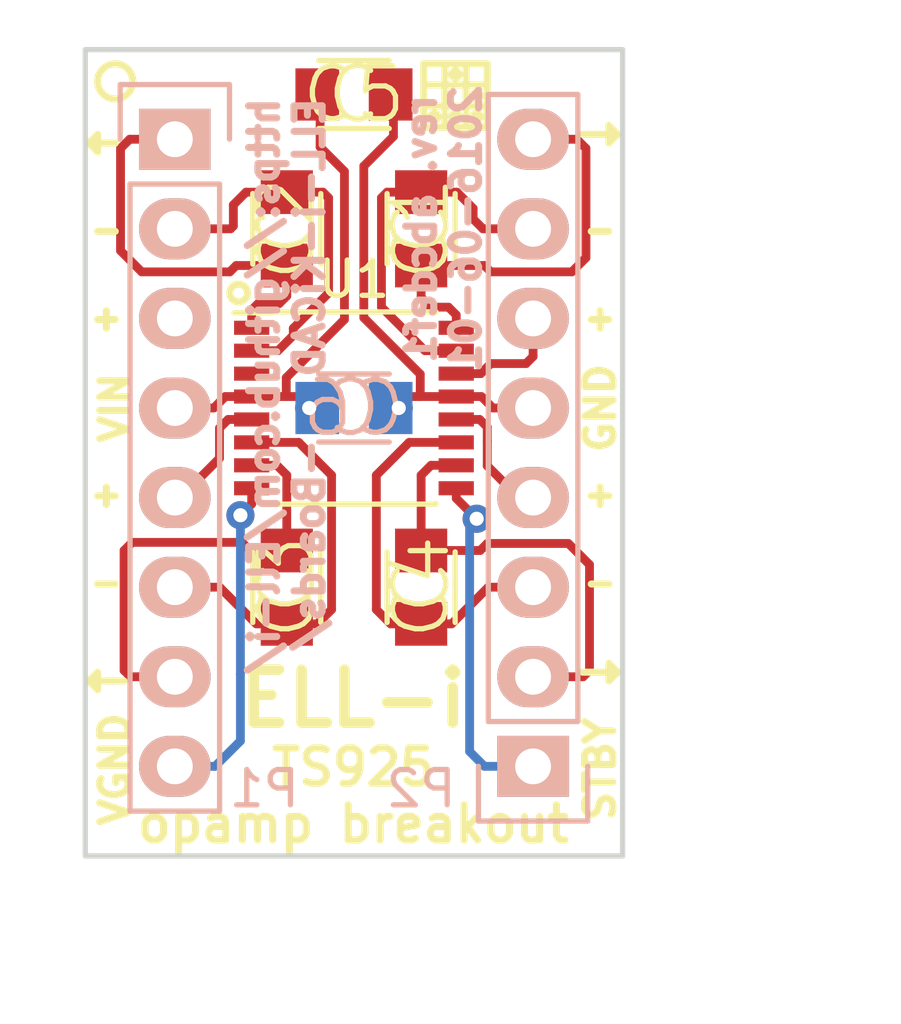
<source format=kicad_pcb>
(kicad_pcb (version 4) (host pcbnew 4.0.2+dfsg1-2~bpo8+1-stable)

  (general
    (links 27)
    (no_connects 0)
    (area 152.324999 101.524999 167.715001 124.535001)
    (thickness 1.6)
    (drawings 58)
    (tracks 141)
    (zones 0)
    (modules 9)
    (nets 18)
  )

  (page A4)
  (layers
    (0 F.Cu signal)
    (31 B.Cu signal)
    (32 B.Adhes user)
    (33 F.Adhes user)
    (34 B.Paste user)
    (35 F.Paste user)
    (36 B.SilkS user)
    (37 F.SilkS user)
    (38 B.Mask user)
    (39 F.Mask user)
    (40 Dwgs.User user)
    (41 Cmts.User user)
    (42 Eco1.User user)
    (43 Eco2.User user)
    (44 Edge.Cuts user)
    (45 Margin user)
    (46 B.CrtYd user)
    (47 F.CrtYd user)
    (48 B.Fab user)
    (49 F.Fab user)
  )

  (setup
    (last_trace_width 0.25)
    (trace_clearance 0.2)
    (zone_clearance 0.508)
    (zone_45_only no)
    (trace_min 0.2)
    (segment_width 0.2)
    (edge_width 0.15)
    (via_size 0.8)
    (via_drill 0.4)
    (via_min_size 0.4)
    (via_min_drill 0.3)
    (uvia_size 0.3)
    (uvia_drill 0.1)
    (uvias_allowed no)
    (uvia_min_size 0.2)
    (uvia_min_drill 0.1)
    (pcb_text_width 0.3)
    (pcb_text_size 1.5 1.5)
    (mod_edge_width 0.15)
    (mod_text_size 1 1)
    (mod_text_width 0.15)
    (pad_size 1.524 1.524)
    (pad_drill 0.762)
    (pad_to_mask_clearance 0.2)
    (aux_axis_origin 0 0)
    (visible_elements FFFFFF7F)
    (pcbplotparams
      (layerselection 0x00030_80000001)
      (usegerberextensions false)
      (excludeedgelayer true)
      (linewidth 0.100000)
      (plotframeref false)
      (viasonmask false)
      (mode 1)
      (useauxorigin false)
      (hpglpennumber 1)
      (hpglpenspeed 20)
      (hpglpendiameter 15)
      (hpglpenoverlay 2)
      (psnegative false)
      (psa4output false)
      (plotreference true)
      (plotvalue true)
      (plotinvisibletext false)
      (padsonsilk false)
      (subtractmaskfromsilk false)
      (outputformat 1)
      (mirror false)
      (drillshape 1)
      (scaleselection 1)
      (outputdirectory ""))
  )

  (net 0 "")
  (net 1 VCC)
  (net 2 GND)
  (net 3 /16)
  (net 4 /15)
  (net 5 /1)
  (net 6 /3)
  (net 7 /7)
  (net 8 /6)
  (net 9 /10)
  (net 10 /11)
  (net 11 /2)
  (net 12 /5)
  (net 13 /8)
  (net 14 /9)
  (net 15 /12)
  (net 16 /14)
  (net 17 "Net-(U1-Pad3)")

  (net_class Default "This is the default net class."
    (clearance 0.2)
    (trace_width 0.25)
    (via_dia 0.8)
    (via_drill 0.4)
    (uvia_dia 0.3)
    (uvia_drill 0.1)
    (add_net /1)
    (add_net /10)
    (add_net /11)
    (add_net /12)
    (add_net /14)
    (add_net /15)
    (add_net /16)
    (add_net /2)
    (add_net /3)
    (add_net /5)
    (add_net /6)
    (add_net /7)
    (add_net /8)
    (add_net /9)
    (add_net GND)
    (add_net "Net-(U1-Pad3)")
    (add_net VCC)
  )

  (module footprints:SMD0805-CAP-M (layer F.Cu) (tedit 0) (tstamp 574F1ED8)
    (at 161.925 106.68 90)
    (descr "Capacitor, Chip; 2.00 mm L X 1.25 mm W X 0.70 mm H body")
    (path /574F2DC4)
    (attr smd)
    (fp_text reference C1 (at 0 0 90) (layer F.SilkS)
      (effects (font (size 1.5 1.5) (thickness 0.15)))
    )
    (fp_text value C (at 0 0 90) (layer F.SilkS)
      (effects (font (thickness 0.15)))
    )
    (fp_line (start -1.1 0.68) (end -1.1 -0.68) (layer F.Fab) (width 0.12))
    (fp_line (start -1.1 -0.68) (end 1.1 -0.68) (layer F.Fab) (width 0.12))
    (fp_line (start 1.1 -0.68) (end 1.1 0.68) (layer F.Fab) (width 0.12))
    (fp_line (start 1.1 0.68) (end -1.1 0.68) (layer F.Fab) (width 0.12))
    (fp_line (start 1 -0.965) (end -1 -0.965) (layer F.SilkS) (width 0.15))
    (fp_line (start 1 0.965) (end -1 0.965) (layer F.SilkS) (width 0.15))
    (fp_line (start -2.16 1.24) (end -2.16 -1.24) (layer F.CrtYd) (width 0.05))
    (fp_line (start -2.16 -1.24) (end 2.16 -1.24) (layer F.CrtYd) (width 0.05))
    (fp_line (start 2.16 -1.24) (end 2.16 1.24) (layer F.CrtYd) (width 0.05))
    (fp_line (start 2.16 1.24) (end -2.16 1.24) (layer F.CrtYd) (width 0.05))
    (fp_circle (center 0 0) (end 0 0.25) (layer F.CrtYd) (width 0.05))
    (fp_line (start 0.35 0) (end -0.35 0) (layer F.CrtYd) (width 0.05))
    (fp_line (start 0 -0.35) (end 0 0.35) (layer F.CrtYd) (width 0.05))
    (pad 1 smd rect (at -1.04 0 90) (size 1.24 1.48) (layers F.Cu F.Paste F.Mask)
      (net 3 /16))
    (pad 2 smd rect (at 1.04 0 90) (size 1.24 1.48) (layers F.Cu F.Paste F.Mask)
      (net 4 /15))
    (model Capacitors_SMD.3dshapes/C_0805.wrl
      (at (xyz 0 0 0))
      (scale (xyz 1 1 1))
      (rotate (xyz 0 0 0))
    )
  )

  (module footprints:SMD0805-CAP-M (layer F.Cu) (tedit 0) (tstamp 574F1EDE)
    (at 158.115 106.68 90)
    (descr "Capacitor, Chip; 2.00 mm L X 1.25 mm W X 0.70 mm H body")
    (path /574F28F5)
    (attr smd)
    (fp_text reference C2 (at 0 0 90) (layer F.SilkS)
      (effects (font (size 1.5 1.5) (thickness 0.15)))
    )
    (fp_text value C (at 0 0 90) (layer F.SilkS)
      (effects (font (thickness 0.15)))
    )
    (fp_line (start -1.1 0.68) (end -1.1 -0.68) (layer F.Fab) (width 0.12))
    (fp_line (start -1.1 -0.68) (end 1.1 -0.68) (layer F.Fab) (width 0.12))
    (fp_line (start 1.1 -0.68) (end 1.1 0.68) (layer F.Fab) (width 0.12))
    (fp_line (start 1.1 0.68) (end -1.1 0.68) (layer F.Fab) (width 0.12))
    (fp_line (start 1 -0.965) (end -1 -0.965) (layer F.SilkS) (width 0.15))
    (fp_line (start 1 0.965) (end -1 0.965) (layer F.SilkS) (width 0.15))
    (fp_line (start -2.16 1.24) (end -2.16 -1.24) (layer F.CrtYd) (width 0.05))
    (fp_line (start -2.16 -1.24) (end 2.16 -1.24) (layer F.CrtYd) (width 0.05))
    (fp_line (start 2.16 -1.24) (end 2.16 1.24) (layer F.CrtYd) (width 0.05))
    (fp_line (start 2.16 1.24) (end -2.16 1.24) (layer F.CrtYd) (width 0.05))
    (fp_circle (center 0 0) (end 0 0.25) (layer F.CrtYd) (width 0.05))
    (fp_line (start 0.35 0) (end -0.35 0) (layer F.CrtYd) (width 0.05))
    (fp_line (start 0 -0.35) (end 0 0.35) (layer F.CrtYd) (width 0.05))
    (pad 1 smd rect (at -1.04 0 90) (size 1.24 1.48) (layers F.Cu F.Paste F.Mask)
      (net 5 /1))
    (pad 2 smd rect (at 1.04 0 90) (size 1.24 1.48) (layers F.Cu F.Paste F.Mask)
      (net 11 /2))
    (model Capacitors_SMD.3dshapes/C_0805.wrl
      (at (xyz 0 0 0))
      (scale (xyz 1 1 1))
      (rotate (xyz 0 0 0))
    )
  )

  (module footprints:SMD0805-CAP-M (layer F.Cu) (tedit 0) (tstamp 574F1EE4)
    (at 158.115 116.84 270)
    (descr "Capacitor, Chip; 2.00 mm L X 1.25 mm W X 0.70 mm H body")
    (path /574F2A98)
    (attr smd)
    (fp_text reference C3 (at 0 0 270) (layer F.SilkS)
      (effects (font (size 1.5 1.5) (thickness 0.15)))
    )
    (fp_text value C (at 0 0 270) (layer F.SilkS)
      (effects (font (thickness 0.15)))
    )
    (fp_line (start -1.1 0.68) (end -1.1 -0.68) (layer F.Fab) (width 0.12))
    (fp_line (start -1.1 -0.68) (end 1.1 -0.68) (layer F.Fab) (width 0.12))
    (fp_line (start 1.1 -0.68) (end 1.1 0.68) (layer F.Fab) (width 0.12))
    (fp_line (start 1.1 0.68) (end -1.1 0.68) (layer F.Fab) (width 0.12))
    (fp_line (start 1 -0.965) (end -1 -0.965) (layer F.SilkS) (width 0.15))
    (fp_line (start 1 0.965) (end -1 0.965) (layer F.SilkS) (width 0.15))
    (fp_line (start -2.16 1.24) (end -2.16 -1.24) (layer F.CrtYd) (width 0.05))
    (fp_line (start -2.16 -1.24) (end 2.16 -1.24) (layer F.CrtYd) (width 0.05))
    (fp_line (start 2.16 -1.24) (end 2.16 1.24) (layer F.CrtYd) (width 0.05))
    (fp_line (start 2.16 1.24) (end -2.16 1.24) (layer F.CrtYd) (width 0.05))
    (fp_circle (center 0 0) (end 0 0.25) (layer F.CrtYd) (width 0.05))
    (fp_line (start 0.35 0) (end -0.35 0) (layer F.CrtYd) (width 0.05))
    (fp_line (start 0 -0.35) (end 0 0.35) (layer F.CrtYd) (width 0.05))
    (pad 1 smd rect (at -1.04 0 270) (size 1.24 1.48) (layers F.Cu F.Paste F.Mask)
      (net 7 /7))
    (pad 2 smd rect (at 1.04 0 270) (size 1.24 1.48) (layers F.Cu F.Paste F.Mask)
      (net 8 /6))
    (model Capacitors_SMD.3dshapes/C_0805.wrl
      (at (xyz 0 0 0))
      (scale (xyz 1 1 1))
      (rotate (xyz 0 0 0))
    )
  )

  (module footprints:SMD0805-CAP-M (layer F.Cu) (tedit 0) (tstamp 574F1EEA)
    (at 161.925 116.84 270)
    (descr "Capacitor, Chip; 2.00 mm L X 1.25 mm W X 0.70 mm H body")
    (path /574F2BCB)
    (attr smd)
    (fp_text reference C4 (at 0 0 270) (layer F.SilkS)
      (effects (font (size 1.5 1.5) (thickness 0.15)))
    )
    (fp_text value C (at 0 0 270) (layer F.SilkS)
      (effects (font (thickness 0.15)))
    )
    (fp_line (start -1.1 0.68) (end -1.1 -0.68) (layer F.Fab) (width 0.12))
    (fp_line (start -1.1 -0.68) (end 1.1 -0.68) (layer F.Fab) (width 0.12))
    (fp_line (start 1.1 -0.68) (end 1.1 0.68) (layer F.Fab) (width 0.12))
    (fp_line (start 1.1 0.68) (end -1.1 0.68) (layer F.Fab) (width 0.12))
    (fp_line (start 1 -0.965) (end -1 -0.965) (layer F.SilkS) (width 0.15))
    (fp_line (start 1 0.965) (end -1 0.965) (layer F.SilkS) (width 0.15))
    (fp_line (start -2.16 1.24) (end -2.16 -1.24) (layer F.CrtYd) (width 0.05))
    (fp_line (start -2.16 -1.24) (end 2.16 -1.24) (layer F.CrtYd) (width 0.05))
    (fp_line (start 2.16 -1.24) (end 2.16 1.24) (layer F.CrtYd) (width 0.05))
    (fp_line (start 2.16 1.24) (end -2.16 1.24) (layer F.CrtYd) (width 0.05))
    (fp_circle (center 0 0) (end 0 0.25) (layer F.CrtYd) (width 0.05))
    (fp_line (start 0.35 0) (end -0.35 0) (layer F.CrtYd) (width 0.05))
    (fp_line (start 0 -0.35) (end 0 0.35) (layer F.CrtYd) (width 0.05))
    (pad 1 smd rect (at -1.04 0 270) (size 1.24 1.48) (layers F.Cu F.Paste F.Mask)
      (net 9 /10))
    (pad 2 smd rect (at 1.04 0 270) (size 1.24 1.48) (layers F.Cu F.Paste F.Mask)
      (net 10 /11))
    (model Capacitors_SMD.3dshapes/C_0805.wrl
      (at (xyz 0 0 0))
      (scale (xyz 1 1 1))
      (rotate (xyz 0 0 0))
    )
  )

  (module footprints:SMD0805-CAP-M (layer F.Cu) (tedit 0) (tstamp 574F1EF0)
    (at 160.02 102.87)
    (descr "Capacitor, Chip; 2.00 mm L X 1.25 mm W X 0.70 mm H body")
    (path /574F1AD7)
    (attr smd)
    (fp_text reference C5 (at 0 0) (layer F.SilkS)
      (effects (font (size 1.5 1.5) (thickness 0.15)))
    )
    (fp_text value C (at 0 0) (layer F.SilkS)
      (effects (font (thickness 0.15)))
    )
    (fp_line (start -1.1 0.68) (end -1.1 -0.68) (layer F.Fab) (width 0.12))
    (fp_line (start -1.1 -0.68) (end 1.1 -0.68) (layer F.Fab) (width 0.12))
    (fp_line (start 1.1 -0.68) (end 1.1 0.68) (layer F.Fab) (width 0.12))
    (fp_line (start 1.1 0.68) (end -1.1 0.68) (layer F.Fab) (width 0.12))
    (fp_line (start 1 -0.965) (end -1 -0.965) (layer F.SilkS) (width 0.15))
    (fp_line (start 1 0.965) (end -1 0.965) (layer F.SilkS) (width 0.15))
    (fp_line (start -2.16 1.24) (end -2.16 -1.24) (layer F.CrtYd) (width 0.05))
    (fp_line (start -2.16 -1.24) (end 2.16 -1.24) (layer F.CrtYd) (width 0.05))
    (fp_line (start 2.16 -1.24) (end 2.16 1.24) (layer F.CrtYd) (width 0.05))
    (fp_line (start 2.16 1.24) (end -2.16 1.24) (layer F.CrtYd) (width 0.05))
    (fp_circle (center 0 0) (end 0 0.25) (layer F.CrtYd) (width 0.05))
    (fp_line (start 0.35 0) (end -0.35 0) (layer F.CrtYd) (width 0.05))
    (fp_line (start 0 -0.35) (end 0 0.35) (layer F.CrtYd) (width 0.05))
    (pad 1 smd rect (at -1.04 0) (size 1.24 1.48) (layers F.Cu F.Paste F.Mask)
      (net 1 VCC))
    (pad 2 smd rect (at 1.04 0) (size 1.24 1.48) (layers F.Cu F.Paste F.Mask)
      (net 2 GND))
    (model Capacitors_SMD.3dshapes/C_0805.wrl
      (at (xyz 0 0 0))
      (scale (xyz 1 1 1))
      (rotate (xyz 0 0 0))
    )
  )

  (module footprints:SMD0805-CAP-M (layer B.Cu) (tedit 0) (tstamp 574F1EF6)
    (at 160.02 111.76)
    (descr "Capacitor, Chip; 2.00 mm L X 1.25 mm W X 0.70 mm H body")
    (path /574F1B30)
    (attr smd)
    (fp_text reference C6 (at 0 0) (layer B.SilkS)
      (effects (font (size 1.5 1.5) (thickness 0.15)) (justify mirror))
    )
    (fp_text value C (at 0 0) (layer B.SilkS)
      (effects (font (thickness 0.15)) (justify mirror))
    )
    (fp_line (start -1.1 -0.68) (end -1.1 0.68) (layer B.Fab) (width 0.12))
    (fp_line (start -1.1 0.68) (end 1.1 0.68) (layer B.Fab) (width 0.12))
    (fp_line (start 1.1 0.68) (end 1.1 -0.68) (layer B.Fab) (width 0.12))
    (fp_line (start 1.1 -0.68) (end -1.1 -0.68) (layer B.Fab) (width 0.12))
    (fp_line (start 1 0.965) (end -1 0.965) (layer B.SilkS) (width 0.15))
    (fp_line (start 1 -0.965) (end -1 -0.965) (layer B.SilkS) (width 0.15))
    (fp_line (start -2.16 -1.24) (end -2.16 1.24) (layer B.CrtYd) (width 0.05))
    (fp_line (start -2.16 1.24) (end 2.16 1.24) (layer B.CrtYd) (width 0.05))
    (fp_line (start 2.16 1.24) (end 2.16 -1.24) (layer B.CrtYd) (width 0.05))
    (fp_line (start 2.16 -1.24) (end -2.16 -1.24) (layer B.CrtYd) (width 0.05))
    (fp_circle (center 0 0) (end 0 -0.25) (layer B.CrtYd) (width 0.05))
    (fp_line (start 0.35 0) (end -0.35 0) (layer B.CrtYd) (width 0.05))
    (fp_line (start 0 0.35) (end 0 -0.35) (layer B.CrtYd) (width 0.05))
    (pad 1 smd rect (at -1.04 0) (size 1.24 1.48) (layers B.Cu B.Paste B.Mask)
      (net 1 VCC))
    (pad 2 smd rect (at 1.04 0) (size 1.24 1.48) (layers B.Cu B.Paste B.Mask)
      (net 2 GND))
    (model Capacitors_SMD.3dshapes/C_0805.wrl
      (at (xyz 0 0 0))
      (scale (xyz 1 1 1))
      (rotate (xyz 0 0 0))
    )
  )

  (module Pin_Headers:Pin_Header_Straight_1x08 (layer B.Cu) (tedit 574F22D0) (tstamp 574F1F02)
    (at 154.94 104.14 180)
    (descr "Through hole pin header")
    (tags "pin header")
    (path /574F1D11)
    (fp_text reference P1 (at -2.54 -18.415 180) (layer B.SilkS)
      (effects (font (size 1 1) (thickness 0.15)) (justify mirror))
    )
    (fp_text value CONN_01X08 (at 0 3.1 180) (layer B.Fab)
      (effects (font (size 1 1) (thickness 0.15)) (justify mirror))
    )
    (fp_line (start -1.75 1.75) (end -1.75 -19.55) (layer B.CrtYd) (width 0.05))
    (fp_line (start 1.75 1.75) (end 1.75 -19.55) (layer B.CrtYd) (width 0.05))
    (fp_line (start -1.75 1.75) (end 1.75 1.75) (layer B.CrtYd) (width 0.05))
    (fp_line (start -1.75 -19.55) (end 1.75 -19.55) (layer B.CrtYd) (width 0.05))
    (fp_line (start 1.27 -1.27) (end 1.27 -19.05) (layer B.SilkS) (width 0.15))
    (fp_line (start 1.27 -19.05) (end -1.27 -19.05) (layer B.SilkS) (width 0.15))
    (fp_line (start -1.27 -19.05) (end -1.27 -1.27) (layer B.SilkS) (width 0.15))
    (fp_line (start 1.55 1.55) (end 1.55 0) (layer B.SilkS) (width 0.15))
    (fp_line (start 1.27 -1.27) (end -1.27 -1.27) (layer B.SilkS) (width 0.15))
    (fp_line (start -1.55 0) (end -1.55 1.55) (layer B.SilkS) (width 0.15))
    (fp_line (start -1.55 1.55) (end 1.55 1.55) (layer B.SilkS) (width 0.15))
    (pad 1 thru_hole rect (at 0 0 180) (size 2.032 1.7272) (drill 1.016) (layers *.Cu *.Mask B.SilkS)
      (net 5 /1))
    (pad 2 thru_hole oval (at 0 -2.54 180) (size 2.032 1.7272) (drill 1.016) (layers *.Cu *.Mask B.SilkS)
      (net 11 /2))
    (pad 3 thru_hole oval (at 0 -5.08 180) (size 2.032 1.7272) (drill 1.016) (layers *.Cu *.Mask B.SilkS)
      (net 6 /3))
    (pad 4 thru_hole oval (at 0 -7.62 180) (size 2.032 1.7272) (drill 1.016) (layers *.Cu *.Mask B.SilkS)
      (net 1 VCC))
    (pad 5 thru_hole oval (at 0 -10.16 180) (size 2.032 1.7272) (drill 1.016) (layers *.Cu *.Mask B.SilkS)
      (net 12 /5))
    (pad 6 thru_hole oval (at 0 -12.7 180) (size 2.032 1.7272) (drill 1.016) (layers *.Cu *.Mask B.SilkS)
      (net 8 /6))
    (pad 7 thru_hole oval (at 0 -15.24 180) (size 2.032 1.7272) (drill 1.016) (layers *.Cu *.Mask B.SilkS)
      (net 7 /7))
    (pad 8 thru_hole oval (at 0 -17.78 180) (size 2.032 1.7272) (drill 1.016) (layers *.Cu *.Mask B.SilkS)
      (net 13 /8))
    (model Pin_Headers.3dshapes/Pin_Header_Straight_1x08.wrl
      (at (xyz 0 -0.35 0))
      (scale (xyz 1 1 1))
      (rotate (xyz 0 0 90))
    )
  )

  (module Pin_Headers:Pin_Header_Straight_1x08 (layer B.Cu) (tedit 574F22D4) (tstamp 574F1F0E)
    (at 165.1 121.92)
    (descr "Through hole pin header")
    (tags "pin header")
    (path /574F26A5)
    (fp_text reference P2 (at -3.175 0.635) (layer B.SilkS)
      (effects (font (size 1 1) (thickness 0.15)) (justify mirror))
    )
    (fp_text value CONN_01X08 (at 0 3.1) (layer B.Fab)
      (effects (font (size 1 1) (thickness 0.15)) (justify mirror))
    )
    (fp_line (start -1.75 1.75) (end -1.75 -19.55) (layer B.CrtYd) (width 0.05))
    (fp_line (start 1.75 1.75) (end 1.75 -19.55) (layer B.CrtYd) (width 0.05))
    (fp_line (start -1.75 1.75) (end 1.75 1.75) (layer B.CrtYd) (width 0.05))
    (fp_line (start -1.75 -19.55) (end 1.75 -19.55) (layer B.CrtYd) (width 0.05))
    (fp_line (start 1.27 -1.27) (end 1.27 -19.05) (layer B.SilkS) (width 0.15))
    (fp_line (start 1.27 -19.05) (end -1.27 -19.05) (layer B.SilkS) (width 0.15))
    (fp_line (start -1.27 -19.05) (end -1.27 -1.27) (layer B.SilkS) (width 0.15))
    (fp_line (start 1.55 1.55) (end 1.55 0) (layer B.SilkS) (width 0.15))
    (fp_line (start 1.27 -1.27) (end -1.27 -1.27) (layer B.SilkS) (width 0.15))
    (fp_line (start -1.55 0) (end -1.55 1.55) (layer B.SilkS) (width 0.15))
    (fp_line (start -1.55 1.55) (end 1.55 1.55) (layer B.SilkS) (width 0.15))
    (pad 1 thru_hole rect (at 0 0) (size 2.032 1.7272) (drill 1.016) (layers *.Cu *.Mask B.SilkS)
      (net 14 /9))
    (pad 2 thru_hole oval (at 0 -2.54) (size 2.032 1.7272) (drill 1.016) (layers *.Cu *.Mask B.SilkS)
      (net 9 /10))
    (pad 3 thru_hole oval (at 0 -5.08) (size 2.032 1.7272) (drill 1.016) (layers *.Cu *.Mask B.SilkS)
      (net 10 /11))
    (pad 4 thru_hole oval (at 0 -7.62) (size 2.032 1.7272) (drill 1.016) (layers *.Cu *.Mask B.SilkS)
      (net 15 /12))
    (pad 5 thru_hole oval (at 0 -10.16) (size 2.032 1.7272) (drill 1.016) (layers *.Cu *.Mask B.SilkS)
      (net 2 GND))
    (pad 6 thru_hole oval (at 0 -12.7) (size 2.032 1.7272) (drill 1.016) (layers *.Cu *.Mask B.SilkS)
      (net 16 /14))
    (pad 7 thru_hole oval (at 0 -15.24) (size 2.032 1.7272) (drill 1.016) (layers *.Cu *.Mask B.SilkS)
      (net 4 /15))
    (pad 8 thru_hole oval (at 0 -17.78) (size 2.032 1.7272) (drill 1.016) (layers *.Cu *.Mask B.SilkS)
      (net 3 /16))
    (model Pin_Headers.3dshapes/Pin_Header_Straight_1x08.wrl
      (at (xyz 0 -0.35 0))
      (scale (xyz 1 1 1))
      (rotate (xyz 0 0 90))
    )
  )

  (module Housings_SSOP:SSOP-16_4.4x5.2mm_Pitch0.65mm (layer F.Cu) (tedit 54130A77) (tstamp 574F1F22)
    (at 160.02 111.76)
    (descr "SSOP16: plastic shrink small outline package; 16 leads; body width 4.4 mm; (see NXP SSOP-TSSOP-VSO-REFLOW.pdf and sot369-1_po.pdf)")
    (tags "SSOP 0.65")
    (path /574F16BD)
    (attr smd)
    (fp_text reference U1 (at 0 -3.65) (layer F.SilkS)
      (effects (font (size 1 1) (thickness 0.15)))
    )
    (fp_text value TS925 (at 0 3.65) (layer F.Fab)
      (effects (font (size 1 1) (thickness 0.15)))
    )
    (fp_line (start -3.65 -2.9) (end -3.65 2.9) (layer F.CrtYd) (width 0.05))
    (fp_line (start 3.65 -2.9) (end 3.65 2.9) (layer F.CrtYd) (width 0.05))
    (fp_line (start -3.65 -2.9) (end 3.65 -2.9) (layer F.CrtYd) (width 0.05))
    (fp_line (start -3.65 2.9) (end 3.65 2.9) (layer F.CrtYd) (width 0.05))
    (fp_line (start -2.325 -2.725) (end -2.325 -2.7) (layer F.SilkS) (width 0.15))
    (fp_line (start 2.325 -2.725) (end 2.325 -2.7) (layer F.SilkS) (width 0.15))
    (fp_line (start 2.325 2.725) (end 2.325 2.7) (layer F.SilkS) (width 0.15))
    (fp_line (start -2.325 2.725) (end -2.325 2.7) (layer F.SilkS) (width 0.15))
    (fp_line (start -2.325 -2.725) (end 2.325 -2.725) (layer F.SilkS) (width 0.15))
    (fp_line (start -2.325 2.725) (end 2.325 2.725) (layer F.SilkS) (width 0.15))
    (fp_line (start -2.325 -2.7) (end -3.4 -2.7) (layer F.SilkS) (width 0.15))
    (pad 1 smd rect (at -2.9 -2.275) (size 1 0.4) (layers F.Cu F.Paste F.Mask)
      (net 5 /1))
    (pad 2 smd rect (at -2.9 -1.625) (size 1 0.4) (layers F.Cu F.Paste F.Mask)
      (net 11 /2))
    (pad 3 smd rect (at -2.9 -0.975) (size 1 0.4) (layers F.Cu F.Paste F.Mask)
      (net 17 "Net-(U1-Pad3)"))
    (pad 4 smd rect (at -2.9 -0.325) (size 1 0.4) (layers F.Cu F.Paste F.Mask)
      (net 1 VCC))
    (pad 5 smd rect (at -2.9 0.325) (size 1 0.4) (layers F.Cu F.Paste F.Mask)
      (net 12 /5))
    (pad 6 smd rect (at -2.9 0.975) (size 1 0.4) (layers F.Cu F.Paste F.Mask)
      (net 8 /6))
    (pad 7 smd rect (at -2.9 1.625) (size 1 0.4) (layers F.Cu F.Paste F.Mask)
      (net 7 /7))
    (pad 8 smd rect (at -2.9 2.275) (size 1 0.4) (layers F.Cu F.Paste F.Mask)
      (net 13 /8))
    (pad 9 smd rect (at 2.9 2.275) (size 1 0.4) (layers F.Cu F.Paste F.Mask)
      (net 14 /9))
    (pad 10 smd rect (at 2.9 1.625) (size 1 0.4) (layers F.Cu F.Paste F.Mask)
      (net 9 /10))
    (pad 11 smd rect (at 2.9 0.975) (size 1 0.4) (layers F.Cu F.Paste F.Mask)
      (net 10 /11))
    (pad 12 smd rect (at 2.9 0.325) (size 1 0.4) (layers F.Cu F.Paste F.Mask)
      (net 15 /12))
    (pad 13 smd rect (at 2.9 -0.325) (size 1 0.4) (layers F.Cu F.Paste F.Mask)
      (net 2 GND))
    (pad 14 smd rect (at 2.9 -0.975) (size 1 0.4) (layers F.Cu F.Paste F.Mask)
      (net 16 /14))
    (pad 15 smd rect (at 2.9 -1.625) (size 1 0.4) (layers F.Cu F.Paste F.Mask)
      (net 4 /15))
    (pad 16 smd rect (at 2.9 -2.275) (size 1 0.4) (layers F.Cu F.Paste F.Mask)
      (net 3 /16))
    (model Housings_SSOP.3dshapes/SSOP-16_4.4x5.2mm_Pitch0.65mm.wrl
      (at (xyz 0 0 0))
      (scale (xyz 1 1 1))
      (rotate (xyz 0 0 0))
    )
  )

  (dimension 15.5 (width 0.3) (layer Dwgs.User)
    (gr_text "15.500 mm" (at 160 129.85) (layer Dwgs.User)
      (effects (font (size 1.5 1.5) (thickness 0.3)))
    )
    (feature1 (pts (xy 167.75 124.5) (xy 167.75 131.2)))
    (feature2 (pts (xy 152.25 124.5) (xy 152.25 131.2)))
    (crossbar (pts (xy 152.25 128.5) (xy 167.75 128.5)))
    (arrow1a (pts (xy 167.75 128.5) (xy 166.623496 129.086421)))
    (arrow1b (pts (xy 167.75 128.5) (xy 166.623496 127.913579)))
    (arrow2a (pts (xy 152.25 128.5) (xy 153.376504 129.086421)))
    (arrow2b (pts (xy 152.25 128.5) (xy 153.376504 127.913579)))
  )
  (dimension 23 (width 0.3) (layer Dwgs.User)
    (gr_text "23.000 mm" (at 172.85 113 90) (layer Dwgs.User)
      (effects (font (size 1.5 1.5) (thickness 0.3)))
    )
    (feature1 (pts (xy 167.75 101.5) (xy 174.2 101.5)))
    (feature2 (pts (xy 167.75 124.5) (xy 174.2 124.5)))
    (crossbar (pts (xy 171.5 124.5) (xy 171.5 101.5)))
    (arrow1a (pts (xy 171.5 101.5) (xy 172.086421 102.626504)))
    (arrow1b (pts (xy 171.5 101.5) (xy 170.913579 102.626504)))
    (arrow2a (pts (xy 171.5 124.5) (xy 172.086421 123.373496)))
    (arrow2b (pts (xy 171.5 124.5) (xy 170.913579 123.373496)))
  )
  (gr_text "https://github.com/Ell-i/\nELL-i-KiCAD   -Boards/" (at 158.115 102.87 90) (layer B.SilkS)
    (effects (font (size 0.8 0.8) (thickness 0.2)) (justify left mirror))
  )
  (gr_text "rev. abcdef1" (at 161.925 106.68 90) (layer B.SilkS)
    (effects (font (size 0.8 0.8) (thickness 0.2)) (justify mirror))
  )
  (gr_text GND (at 167.005 111.76 90) (layer F.SilkS)
    (effects (font (size 0.8 0.8) (thickness 0.2)))
  )
  (gr_text 2016-06-01 (at 163.195 106.68 90) (layer B.SilkS)
    (effects (font (size 0.8 0.8) (thickness 0.2)) (justify mirror))
  )
  (gr_circle (center 162.3 103.5) (end 162.4 103.5) (layer F.SilkS) (width 0.2))
  (gr_circle (center 162.9 103.5) (end 163 103.5) (layer F.SilkS) (width 0.2))
  (gr_circle (center 163.5 103.5) (end 163.6 103.5) (layer F.SilkS) (width 0.2))
  (gr_circle (center 163.5 102.9) (end 163.6 102.9) (layer F.SilkS) (width 0.2))
  (gr_circle (center 162.9 102.3) (end 163 102.3) (layer F.SilkS) (width 0.2))
  (gr_line (start 163.2 102) (end 163.2 103.8) (angle 90) (layer F.SilkS) (width 0.2))
  (gr_line (start 162.6 103.8) (end 162.6 102) (angle 90) (layer F.SilkS) (width 0.2))
  (gr_line (start 163.8 103.2) (end 162 103.2) (angle 90) (layer F.SilkS) (width 0.2))
  (gr_line (start 162 102.6) (end 163.8 102.6) (angle 90) (layer F.SilkS) (width 0.2))
  (gr_line (start 162 103.8) (end 162 102) (angle 90) (layer F.SilkS) (width 0.2))
  (gr_line (start 163.8 103.8) (end 162 103.8) (angle 90) (layer F.SilkS) (width 0.2))
  (gr_line (start 163.8 102) (end 163.8 103.8) (angle 90) (layer F.SilkS) (width 0.2))
  (gr_line (start 162 102) (end 163.8 102) (angle 90) (layer F.SilkS) (width 0.2))
  (gr_text ELL-i (at 160 120) (layer F.SilkS)
    (effects (font (size 1.5 1.5) (thickness 0.3)))
  )
  (gr_text "TS925\nopamp breakout" (at 160 122.75) (layer F.SilkS)
    (effects (font (size 1 1) (thickness 0.2)))
  )
  (gr_circle (center 156.75 108.5) (end 157 108.5) (layer F.SilkS) (width 0.2))
  (gr_circle (center 153.25 102.5) (end 153.75 102.5) (layer F.SilkS) (width 0.2))
  (gr_text VIN (at 153.25 111.75 90) (layer F.SilkS)
    (effects (font (size 0.8 0.8) (thickness 0.2)))
  )
  (gr_text STBY (at 167 122 90) (layer F.SilkS)
    (effects (font (size 0.8 0.8) (thickness 0.2)))
  )
  (gr_text VGND (at 153.25 122 90) (layer F.SilkS)
    (effects (font (size 0.8 0.8) (thickness 0.2)))
  )
  (gr_line (start 167.25 119.5) (end 167.5 119.25) (angle 90) (layer F.SilkS) (width 0.2))
  (gr_line (start 167.25 119) (end 167.25 119.5) (angle 90) (layer F.SilkS) (width 0.2))
  (gr_line (start 167.5 119.25) (end 167.25 119) (angle 90) (layer F.SilkS) (width 0.2))
  (gr_line (start 166.5 119.25) (end 167.5 119.25) (angle 90) (layer F.SilkS) (width 0.2))
  (gr_line (start 167.25 116.75) (end 166.75 116.75) (angle 90) (layer F.SilkS) (width 0.2))
  (gr_line (start 167 114) (end 167 114.5) (angle 90) (layer F.SilkS) (width 0.2))
  (gr_line (start 167.25 114.25) (end 166.75 114.25) (angle 90) (layer F.SilkS) (width 0.2))
  (gr_line (start 167.25 104.25) (end 167.5 104) (angle 90) (layer F.SilkS) (width 0.2))
  (gr_line (start 167.25 103.75) (end 167.25 104.25) (angle 90) (layer F.SilkS) (width 0.2))
  (gr_line (start 167.5 104) (end 167.25 103.75) (angle 90) (layer F.SilkS) (width 0.2))
  (gr_line (start 166.5 104) (end 167.5 104) (angle 90) (layer F.SilkS) (width 0.2))
  (gr_line (start 166.75 106.75) (end 167.25 106.75) (angle 90) (layer F.SilkS) (width 0.2))
  (gr_line (start 167 109) (end 167 109.5) (angle 90) (layer F.SilkS) (width 0.2))
  (gr_line (start 166.75 109.25) (end 167.25 109.25) (angle 90) (layer F.SilkS) (width 0.2))
  (gr_line (start 153 114) (end 153 114.5) (angle 90) (layer F.SilkS) (width 0.2))
  (gr_line (start 153.25 114.25) (end 152.75 114.25) (angle 90) (layer F.SilkS) (width 0.2))
  (gr_line (start 152.75 116.75) (end 153.25 116.75) (angle 90) (layer F.SilkS) (width 0.2))
  (gr_line (start 152.75 119.75) (end 152.5 119.5) (angle 90) (layer F.SilkS) (width 0.2))
  (gr_line (start 152.75 119.25) (end 152.75 119.75) (angle 90) (layer F.SilkS) (width 0.2))
  (gr_line (start 152.5 119.5) (end 152.75 119.25) (angle 90) (layer F.SilkS) (width 0.2))
  (gr_line (start 153.5 119.5) (end 152.5 119.5) (angle 90) (layer F.SilkS) (width 0.2))
  (gr_line (start 153.25 109.25) (end 152.75 109.25) (angle 90) (layer F.SilkS) (width 0.2))
  (gr_line (start 153 109.5) (end 153 109) (angle 90) (layer F.SilkS) (width 0.2))
  (gr_line (start 152.75 106.75) (end 153.25 106.75) (angle 90) (layer F.SilkS) (width 0.2))
  (gr_line (start 152.75 104.5) (end 152.5 104.25) (angle 90) (layer F.SilkS) (width 0.2))
  (gr_line (start 152.75 104) (end 152.75 104.5) (angle 90) (layer F.SilkS) (width 0.2))
  (gr_line (start 152.5 104.25) (end 152.75 104) (angle 90) (layer F.SilkS) (width 0.2))
  (gr_line (start 153.25 104.25) (end 152.5 104.25) (angle 90) (layer F.SilkS) (width 0.2))
  (gr_line (start 152.4 101.6) (end 152.4 124.46) (angle 90) (layer Edge.Cuts) (width 0.15))
  (gr_line (start 167.64 101.6) (end 152.4 101.6) (angle 90) (layer Edge.Cuts) (width 0.15))
  (gr_line (start 167.64 124.46) (end 167.64 101.6) (angle 90) (layer Edge.Cuts) (width 0.15))
  (gr_line (start 152.4 124.46) (end 167.64 124.46) (angle 90) (layer Edge.Cuts) (width 0.15))

  (segment (start 158.1 111.435) (end 158.1 110.9) (width 0.25) (layer F.Cu) (net 1))
  (segment (start 159.06 104.36) (end 159.06 103.3) (width 0.25) (layer F.Cu) (net 1) (tstamp 574F1BE8))
  (segment (start 159.750002 105.050002) (end 159.06 104.36) (width 0.25) (layer F.Cu) (net 1) (tstamp 574F1BE4))
  (segment (start 159.750002 109.249998) (end 159.750002 105.050002) (width 0.25) (layer F.Cu) (net 1) (tstamp 574F1BE1))
  (segment (start 158.1 110.9) (end 159.750002 109.249998) (width 0.25) (layer F.Cu) (net 1) (tstamp 574F1BE0))
  (segment (start 157.12 111.435) (end 158.1 111.435) (width 0.25) (layer F.Cu) (net 1))
  (segment (start 158.1 111.435) (end 158.425 111.435) (width 0.25) (layer F.Cu) (net 1) (tstamp 574F1BDE))
  (segment (start 158.75 111.76) (end 158.98 111.76) (width 0.25) (layer B.Cu) (net 1) (tstamp 574F1B7A))
  (via (at 158.75 111.76) (size 0.8) (drill 0.4) (layers F.Cu B.Cu) (net 1))
  (segment (start 158.425 111.435) (end 158.75 111.76) (width 0.25) (layer F.Cu) (net 1) (tstamp 574F1B76))
  (segment (start 156.37 111.435) (end 157.12 111.435) (width 0.25) (layer F.Cu) (net 1))
  (segment (start 154.94 111.76) (end 156.045 111.76) (width 0.25) (layer F.Cu) (net 1))
  (segment (start 156.045 111.76) (end 156.37 111.435) (width 0.25) (layer F.Cu) (net 1))
  (segment (start 156.37 111.435) (end 156.2 111.605) (width 0.25) (layer F.Cu) (net 1))
  (segment (start 155.265 111.435) (end 154.94 111.76) (width 0.25) (layer F.Cu) (net 1))
  (segment (start 161.14 103.3) (end 161.14 104.06) (width 0.25) (layer F.Cu) (net 2))
  (segment (start 161.9 110.8) (end 161.9 111.435) (width 0.25) (layer F.Cu) (net 2) (tstamp 574F1BF3))
  (segment (start 160.3 109.2) (end 161.9 110.8) (width 0.25) (layer F.Cu) (net 2) (tstamp 574F1BED))
  (segment (start 160.3 104.9) (end 160.3 109.2) (width 0.25) (layer F.Cu) (net 2) (tstamp 574F1BEC))
  (segment (start 161.14 104.06) (end 160.3 104.9) (width 0.25) (layer F.Cu) (net 2) (tstamp 574F1BEB))
  (segment (start 162.92 111.435) (end 161.9 111.435) (width 0.25) (layer F.Cu) (net 2))
  (segment (start 161.9 111.435) (end 161.615 111.435) (width 0.25) (layer F.Cu) (net 2) (tstamp 574F1BF6))
  (segment (start 161.29 111.76) (end 161.06 111.76) (width 0.25) (layer B.Cu) (net 2) (tstamp 574F1B70))
  (via (at 161.29 111.76) (size 0.8) (drill 0.4) (layers F.Cu B.Cu) (net 2))
  (segment (start 161.615 111.435) (end 161.29 111.76) (width 0.25) (layer F.Cu) (net 2) (tstamp 574F1B6C))
  (segment (start 162.92 111.435) (end 163.635 111.435) (width 0.25) (layer F.Cu) (net 2))
  (segment (start 163.96 111.76) (end 165.1 111.76) (width 0.25) (layer F.Cu) (net 2) (tstamp 574F1904))
  (segment (start 163.635 111.435) (end 163.96 111.76) (width 0.25) (layer F.Cu) (net 2) (tstamp 574F1902))
  (segment (start 161.925 107.72) (end 163.72 107.72) (width 0.25) (layer F.Cu) (net 3))
  (segment (start 166.34 104.14) (end 165.1 104.14) (width 0.25) (layer F.Cu) (net 3) (tstamp 574F1989))
  (segment (start 166.6 104.4) (end 166.34 104.14) (width 0.25) (layer F.Cu) (net 3) (tstamp 574F1985))
  (segment (start 166.6 107.5) (end 166.6 104.4) (width 0.25) (layer F.Cu) (net 3) (tstamp 574F1984))
  (segment (start 166.2 107.9) (end 166.6 107.5) (width 0.25) (layer F.Cu) (net 3) (tstamp 574F1983))
  (segment (start 163.9 107.9) (end 166.2 107.9) (width 0.25) (layer F.Cu) (net 3) (tstamp 574F1981))
  (segment (start 163.72 107.72) (end 163.9 107.9) (width 0.25) (layer F.Cu) (net 3) (tstamp 574F1980))
  (segment (start 161.925 107.72) (end 161.925 108.625) (width 0.25) (layer F.Cu) (net 3))
  (segment (start 162.92 109.12) (end 162.92 109.485) (width 0.25) (layer F.Cu) (net 3) (tstamp 574F18D9))
  (segment (start 162.7 108.9) (end 162.92 109.12) (width 0.25) (layer F.Cu) (net 3) (tstamp 574F18D8))
  (segment (start 162.2 108.9) (end 162.7 108.9) (width 0.25) (layer F.Cu) (net 3) (tstamp 574F18D7))
  (segment (start 161.925 108.625) (end 162.2 108.9) (width 0.25) (layer F.Cu) (net 3) (tstamp 574F18D6))
  (segment (start 165.1 106.68) (end 163.68 106.68) (width 0.25) (layer F.Cu) (net 4))
  (segment (start 162.94 105.64) (end 161.925 105.64) (width 0.25) (layer F.Cu) (net 4) (tstamp 574F197D))
  (segment (start 163.4 106.1) (end 162.94 105.64) (width 0.25) (layer F.Cu) (net 4) (tstamp 574F197C))
  (segment (start 163.4 106.4) (end 163.4 106.1) (width 0.25) (layer F.Cu) (net 4) (tstamp 574F197B))
  (segment (start 163.68 106.68) (end 163.4 106.4) (width 0.25) (layer F.Cu) (net 4) (tstamp 574F197A))
  (segment (start 162.92 110.135) (end 162.035 110.135) (width 0.25) (layer F.Cu) (net 4))
  (segment (start 160.96 105.64) (end 161.925 105.64) (width 0.25) (layer F.Cu) (net 4) (tstamp 574F18E5))
  (segment (start 160.8 105.8) (end 160.96 105.64) (width 0.25) (layer F.Cu) (net 4) (tstamp 574F18E1))
  (segment (start 160.8 108.9) (end 160.8 105.8) (width 0.25) (layer F.Cu) (net 4) (tstamp 574F18DE))
  (segment (start 162.035 110.135) (end 160.8 108.9) (width 0.25) (layer F.Cu) (net 4) (tstamp 574F18DC))
  (segment (start 158.115 107.72) (end 156.68 107.72) (width 0.25) (layer F.Cu) (net 5))
  (segment (start 153.66 104.14) (end 154.94 104.14) (width 0.25) (layer F.Cu) (net 5) (tstamp 574F1997))
  (segment (start 153.4 104.4) (end 153.66 104.14) (width 0.25) (layer F.Cu) (net 5) (tstamp 574F1996))
  (segment (start 153.4 107.3) (end 153.4 104.4) (width 0.25) (layer F.Cu) (net 5) (tstamp 574F1995))
  (segment (start 154 107.9) (end 153.4 107.3) (width 0.25) (layer F.Cu) (net 5) (tstamp 574F1994))
  (segment (start 156.5 107.9) (end 154 107.9) (width 0.25) (layer F.Cu) (net 5) (tstamp 574F1992))
  (segment (start 156.68 107.72) (end 156.5 107.9) (width 0.25) (layer F.Cu) (net 5) (tstamp 574F1991))
  (segment (start 157.12 109.485) (end 157.12 108.98) (width 0.25) (layer F.Cu) (net 5))
  (segment (start 158.115 108.585) (end 158.115 107.72) (width 0.25) (layer F.Cu) (net 5) (tstamp 574F18BF))
  (segment (start 157.9 108.8) (end 158.115 108.585) (width 0.25) (layer F.Cu) (net 5) (tstamp 574F18BE))
  (segment (start 157.3 108.8) (end 157.9 108.8) (width 0.25) (layer F.Cu) (net 5) (tstamp 574F18BD))
  (segment (start 157.12 108.98) (end 157.3 108.8) (width 0.25) (layer F.Cu) (net 5) (tstamp 574F18BC))
  (segment (start 154.94 119.38) (end 153.68 119.38) (width 0.25) (layer F.Cu) (net 7))
  (segment (start 153.5 115.8) (end 153.73 115.57) (width 0.25) (layer F.Cu) (net 7) (tstamp 574F1ABD))
  (segment (start 153.5 119.2) (end 153.5 115.8) (width 0.25) (layer F.Cu) (net 7) (tstamp 574F1ABB))
  (segment (start 153.68 119.38) (end 153.5 119.2) (width 0.25) (layer F.Cu) (net 7) (tstamp 574F1AB9))
  (segment (start 157.12 113.385) (end 157.835 113.385) (width 0.25) (layer F.Cu) (net 7))
  (segment (start 157.835 113.385) (end 158.115 113.665) (width 0.25) (layer F.Cu) (net 7) (tstamp 574F1A71))
  (segment (start 158.115 115.8) (end 157.075 115.8) (width 0.25) (layer F.Cu) (net 7))
  (segment (start 156.845 115.57) (end 153.73 115.57) (width 0.25) (layer F.Cu) (net 7) (tstamp 574F1A99))
  (segment (start 157.075 115.8) (end 156.845 115.57) (width 0.25) (layer F.Cu) (net 7) (tstamp 574F1A98))
  (segment (start 158.115 113.665) (end 158.115 115.8) (width 0.25) (layer F.Cu) (net 7) (tstamp 574F1A72))
  (segment (start 158.115 117.88) (end 157.25 117.88) (width 0.25) (layer F.Cu) (net 8))
  (segment (start 157.25 117.88) (end 156.21 116.84) (width 0.25) (layer F.Cu) (net 8) (tstamp 574F1A8A))
  (segment (start 158.115 117.88) (end 158.98 117.88) (width 0.25) (layer F.Cu) (net 8))
  (segment (start 158.98 117.88) (end 159.385 117.475) (width 0.25) (layer F.Cu) (net 8) (tstamp 574F1A75))
  (segment (start 156.21 116.84) (end 154.94 116.84) (width 0.25) (layer F.Cu) (net 8) (tstamp 574F1A8C))
  (segment (start 158.455 112.735) (end 157.12 112.735) (width 0.25) (layer F.Cu) (net 8) (tstamp 574F1A7B))
  (segment (start 159.385 113.665) (end 158.455 112.735) (width 0.25) (layer F.Cu) (net 8) (tstamp 574F1A79))
  (segment (start 159.385 117.475) (end 159.385 113.665) (width 0.25) (layer F.Cu) (net 8) (tstamp 574F1A76))
  (segment (start 166.37 119.38) (end 166.52 119.38) (width 0.25) (layer F.Cu) (net 9))
  (segment (start 165.1 119.38) (end 166.37 119.38) (width 0.25) (layer F.Cu) (net 9))
  (segment (start 166.7 116.2) (end 166.1 115.6) (width 0.25) (layer F.Cu) (net 9) (tstamp 574F1ACD))
  (segment (start 166.7 119.2) (end 166.7 116.2) (width 0.25) (layer F.Cu) (net 9) (tstamp 574F1ACC))
  (segment (start 166.52 119.38) (end 166.7 119.2) (width 0.25) (layer F.Cu) (net 9) (tstamp 574F1ACA))
  (segment (start 162.92 113.385) (end 162.205 113.385) (width 0.25) (layer F.Cu) (net 9))
  (segment (start 162.205 113.385) (end 161.925 113.665) (width 0.25) (layer F.Cu) (net 9) (tstamp 574F1A66))
  (segment (start 166.1 115.6) (end 163.8 115.6) (width 0.25) (layer F.Cu) (net 9) (tstamp 574F1AD0))
  (segment (start 163.8 115.6) (end 163.6 115.8) (width 0.25) (layer F.Cu) (net 9) (tstamp 574F1AD4))
  (segment (start 163.6 115.8) (end 161.925 115.8) (width 0.25) (layer F.Cu) (net 9) (tstamp 574F1AAA))
  (segment (start 161.925 113.665) (end 161.925 115.8) (width 0.25) (layer F.Cu) (net 9) (tstamp 574F1A68))
  (segment (start 161.925 117.88) (end 162.79 117.88) (width 0.25) (layer F.Cu) (net 10))
  (segment (start 162.79 117.88) (end 163.83 116.84) (width 0.25) (layer F.Cu) (net 10) (tstamp 574F1A83))
  (segment (start 161.925 117.88) (end 161.06 117.88) (width 0.25) (layer F.Cu) (net 10))
  (segment (start 161.06 117.88) (end 160.655 117.475) (width 0.25) (layer F.Cu) (net 10) (tstamp 574F1A6B))
  (segment (start 160.655 117.475) (end 160.655 113.665) (width 0.25) (layer F.Cu) (net 10) (tstamp 574F1A6C))
  (segment (start 160.655 113.665) (end 161.585 112.735) (width 0.25) (layer F.Cu) (net 10) (tstamp 574F1A6D))
  (segment (start 163.83 116.84) (end 165.1 116.84) (width 0.25) (layer F.Cu) (net 10) (tstamp 574F1A85))
  (segment (start 161.585 112.735) (end 162.92 112.735) (width 0.25) (layer F.Cu) (net 10) (tstamp 574F1A6E))
  (segment (start 158.115 105.64) (end 156.96 105.64) (width 0.25) (layer F.Cu) (net 11))
  (segment (start 156.52 106.68) (end 154.94 106.68) (width 0.25) (layer F.Cu) (net 11) (tstamp 574F19ED))
  (segment (start 156.6 106.6) (end 156.52 106.68) (width 0.25) (layer F.Cu) (net 11) (tstamp 574F19EC))
  (segment (start 156.6 106) (end 156.6 106.6) (width 0.25) (layer F.Cu) (net 11) (tstamp 574F19EB))
  (segment (start 156.96 105.64) (end 156.6 106) (width 0.25) (layer F.Cu) (net 11) (tstamp 574F19EA))
  (segment (start 158.115 105.64) (end 159.14 105.64) (width 0.25) (layer F.Cu) (net 11))
  (segment (start 157.865 110.135) (end 157.12 110.135) (width 0.25) (layer F.Cu) (net 11) (tstamp 574F18CB))
  (segment (start 158.3 109.7) (end 157.865 110.135) (width 0.25) (layer F.Cu) (net 11) (tstamp 574F18C9))
  (segment (start 158.3 109.5) (end 158.3 109.7) (width 0.25) (layer F.Cu) (net 11) (tstamp 574F18C6))
  (segment (start 159.3 108.5) (end 158.3 109.5) (width 0.25) (layer F.Cu) (net 11) (tstamp 574F18C4))
  (segment (start 159.3 105.8) (end 159.3 108.5) (width 0.25) (layer F.Cu) (net 11) (tstamp 574F18C3))
  (segment (start 159.14 105.64) (end 159.3 105.8) (width 0.25) (layer F.Cu) (net 11) (tstamp 574F18C2))
  (segment (start 155.0924 114.3) (end 154.94 114.3) (width 0.25) (layer F.Cu) (net 12))
  (segment (start 156.451411 112.085) (end 156.206 112.330411) (width 0.25) (layer F.Cu) (net 12))
  (segment (start 156.206 113.1864) (end 155.0924 114.3) (width 0.25) (layer F.Cu) (net 12))
  (segment (start 157.12 112.085) (end 156.451411 112.085) (width 0.25) (layer F.Cu) (net 12))
  (segment (start 156.206 112.330411) (end 156.206 113.1864) (width 0.25) (layer F.Cu) (net 12))
  (segment (start 157.12 114.035) (end 157.12 114.48) (width 0.25) (layer F.Cu) (net 13))
  (segment (start 156.08 121.92) (end 154.94 121.92) (width 0.25) (layer B.Cu) (net 13) (tstamp 574F1BB9))
  (segment (start 156.8 121.2) (end 156.08 121.92) (width 0.25) (layer B.Cu) (net 13) (tstamp 574F1BB6))
  (segment (start 156.8 119.3) (end 156.8 121.2) (width 0.25) (layer B.Cu) (net 13) (tstamp 574F1BB4))
  (segment (start 156.8 114.8) (end 156.8 119.3) (width 0.25) (layer B.Cu) (net 13) (tstamp 574F1BB3))
  (via (at 156.8 114.8) (size 0.8) (drill 0.4) (layers F.Cu B.Cu) (net 13))
  (segment (start 157.12 114.48) (end 156.8 114.8) (width 0.25) (layer F.Cu) (net 13) (tstamp 574F1BA3))
  (segment (start 162.92 114.035) (end 162.92 114.32) (width 0.25) (layer F.Cu) (net 14))
  (segment (start 163.72 121.92) (end 165.1 121.92) (width 0.25) (layer B.Cu) (net 14) (tstamp 574F1BD0))
  (segment (start 163.3 121.5) (end 163.72 121.92) (width 0.25) (layer B.Cu) (net 14) (tstamp 574F1BCF))
  (segment (start 163.3 115.1) (end 163.3 121.5) (width 0.25) (layer B.Cu) (net 14) (tstamp 574F1BCD))
  (segment (start 163.5 114.9) (end 163.3 115.1) (width 0.25) (layer B.Cu) (net 14) (tstamp 574F1BCC))
  (via (at 163.5 114.9) (size 0.8) (drill 0.4) (layers F.Cu B.Cu) (net 14))
  (segment (start 162.92 114.32) (end 163.5 114.9) (width 0.25) (layer F.Cu) (net 14) (tstamp 574F1BC9))
  (segment (start 165.1 114.3) (end 164.7 114.3) (width 0.25) (layer F.Cu) (net 15))
  (segment (start 164.7 114.3) (end 163.8 113.4) (width 0.25) (layer F.Cu) (net 15) (tstamp 574F1BC5))
  (segment (start 163.8 113.4) (end 163.8 112.7) (width 0.25) (layer F.Cu) (net 15) (tstamp 574F1BC6))
  (segment (start 163.8 112.7) (end 163.8 112.3) (width 0.25) (layer F.Cu) (net 15))
  (segment (start 163.585 112.085) (end 162.92 112.085) (width 0.25) (layer F.Cu) (net 15) (tstamp 574F1A0E))
  (segment (start 163.8 112.3) (end 163.585 112.085) (width 0.25) (layer F.Cu) (net 15) (tstamp 574F1A0A))
  (segment (start 162.92 110.785) (end 163.615 110.785) (width 0.25) (layer F.Cu) (net 16))
  (segment (start 165.1 110.3) (end 165.1 109.22) (width 0.25) (layer F.Cu) (net 16) (tstamp 574F18FF))
  (segment (start 164.9 110.5) (end 165.1 110.3) (width 0.25) (layer F.Cu) (net 16) (tstamp 574F18FE))
  (segment (start 163.9 110.5) (end 164.9 110.5) (width 0.25) (layer F.Cu) (net 16) (tstamp 574F18FD))
  (segment (start 163.615 110.785) (end 163.9 110.5) (width 0.25) (layer F.Cu) (net 16) (tstamp 574F18FC))

)

</source>
